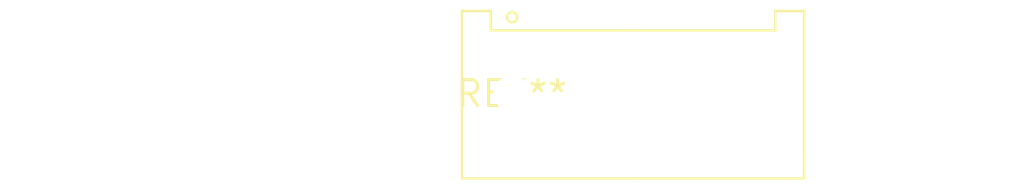
<source format=kicad_pcb>
(kicad_pcb (version 20240108) (generator pcbnew)
  (layers (0 "F.Cu" signal) (31 "B.Cu" signal) (34 "B.Paste" user) (35 "F.Paste" user) (36 "B.SilkS" user "B.Silkscreen") (37 "F.SilkS" user "F.Silkscreen") (38 "B.Mask" user) (39 "F.Mask" user) (44 "Edge.Cuts" user))
  (net 0 "")
  (footprint "Hirose_DF63R-4P-3.96DSA_1x04_P3.96mm_Vertical" (layer "F.Cu") (at 0 0)
    (property "Reference" "REF**")
    (property "Value" "Hirose_DF63R-4P-3.96DSA_1x04_P3.96mm_Vertical")
    (fp_line (start -2.46 -4.06) (end -1.04 -4.06) (layer "F.SilkS") (stroke (width 0.12)))
    (fp_line (start -2.46 4.16) (end -2.46 -4.06) (layer "F.SilkS") (stroke (width 0.12)))
    (fp_line (start -1.04 -4.06) (end -1.04 -3.11) (layer "F.SilkS") (stroke (width 0.12)))
    (fp_line (start -1.04 -3.11) (end 5.94 -3.11) (layer "F.SilkS") (stroke (width 0.12)))
    (fp_line (start 5.94 4.16) (end -2.46 4.16) (layer "F.SilkS") (stroke (width 0.12)))
    (fp_line (start 5.94 4.16) (end 14.34 4.16) (layer "F.SilkS") (stroke (width 0.12)))
    (fp_line (start 12.92 -4.06) (end 12.92 -3.11) (layer "F.SilkS") (stroke (width 0.12)))
    (fp_line (start 12.92 -3.11) (end 5.94 -3.11) (layer "F.SilkS") (stroke (width 0.12)))
    (fp_line (start 14.34 -4.06) (end 12.92 -4.06) (layer "F.SilkS") (stroke (width 0.12)))
    (fp_line (start 14.34 4.16) (end 14.34 -4.06) (layer "F.SilkS") (stroke (width 0.12)))
    (fp_circle (center 0 -3.75) (end 0.25 -3.75) (layer "F.SilkS") (stroke (width 0.12)) (fill none))
    (pad "" np_thru_hole circle (at 13.38 3.25) (size 1.6 1.6) (drill 1.6) (layers *.Cu *.Mask))
    (pad "1" thru_hole roundrect (at 0 0) (size 2.46 2.8) (drill 1.8) (layers *.Cu *.Mask) (remove_unused_layers) (roundrect_rratio 0.101626))
    (pad "2" thru_hole oval (at 3.96 0) (size 2.46 2.8) (drill 1.8) (layers *.Cu *.Mask) (remove_unused_layers))
    (pad "3" thru_hole oval (at 7.92 0) (size 2.46 2.8) (drill 1.8) (layers *.Cu *.Mask) (remove_unused_layers))
    (pad "4" thru_hole oval (at 11.88 0) (size 2.46 2.8) (drill 1.8) (layers *.Cu *.Mask) (remove_unused_layers))
  )
)
</source>
